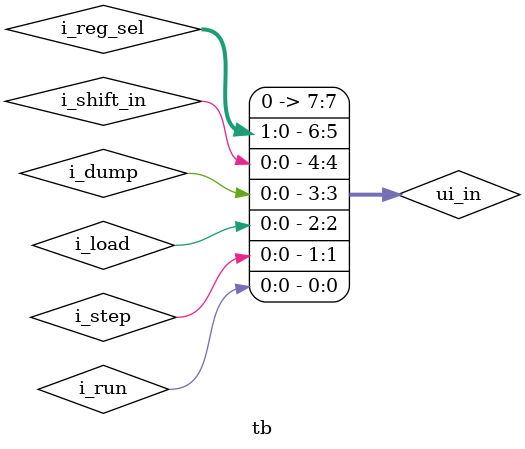
<source format=v>
`default_nettype none
`timescale 1ns / 1ps

/* This testbench just instantiates the module and makes some convenient wires
   that can be driven / tested by the cocotb test.py.
*/
module tb ();

  // Dump the signals to a VCD file. You can view it with gtkwave.
  initial begin
    $dumpfile("tb.vcd");
    $dumpvars(0, tb);
    #1;
  end

  // Wire up the inputs and outputs:
  reg i_run;
  reg i_step;
  reg i_load;
  reg i_dump;
  reg i_shift_in;
  reg [1:0] i_reg_sel;

  reg clk;
  reg rst_n;
  reg ena;
  wire [7:0] ui_in = {1'b0, i_reg_sel, i_shift_in, i_dump, i_load, i_step, i_run};
  reg [7:0] uio_in;
  wire [7:0] uo_out;
  wire [7:0] uio_out;
  wire [7:0] uio_oe;

  wire o_cpu_sleep = uo_out[0];
  wire o_cpu_stop = uo_out[1];
  wire o_cpu_wait_delay = uo_out[2];
  wire o_shift_out = uo_out[3];

`ifdef GL_TEST
  wire VPWR = 1'b1;
  wire VGND = 1'b0;
`endif

  // Replace tt_um_example with your module name:
  tt_um_urish_spell user_project (

      // Include power ports for the Gate Level test:
`ifdef GL_TEST
      .VPWR(VPWR),
      .VGND(VGND),
`endif

      .ui_in  (ui_in),    // Dedicated inputs
      .uo_out (uo_out),   // Dedicated outputs
      .uio_in (uio_in),   // IOs: Input path
      .uio_out(uio_out),  // IOs: Output path
      .uio_oe (uio_oe),   // IOs: Enable path (active high: 0=input, 1=output)
      .ena    (ena),      // enable - goes high when design is selected
      .clk    (clk),      // clock
      .rst_n  (rst_n)     // not reset
  );

endmodule

</source>
